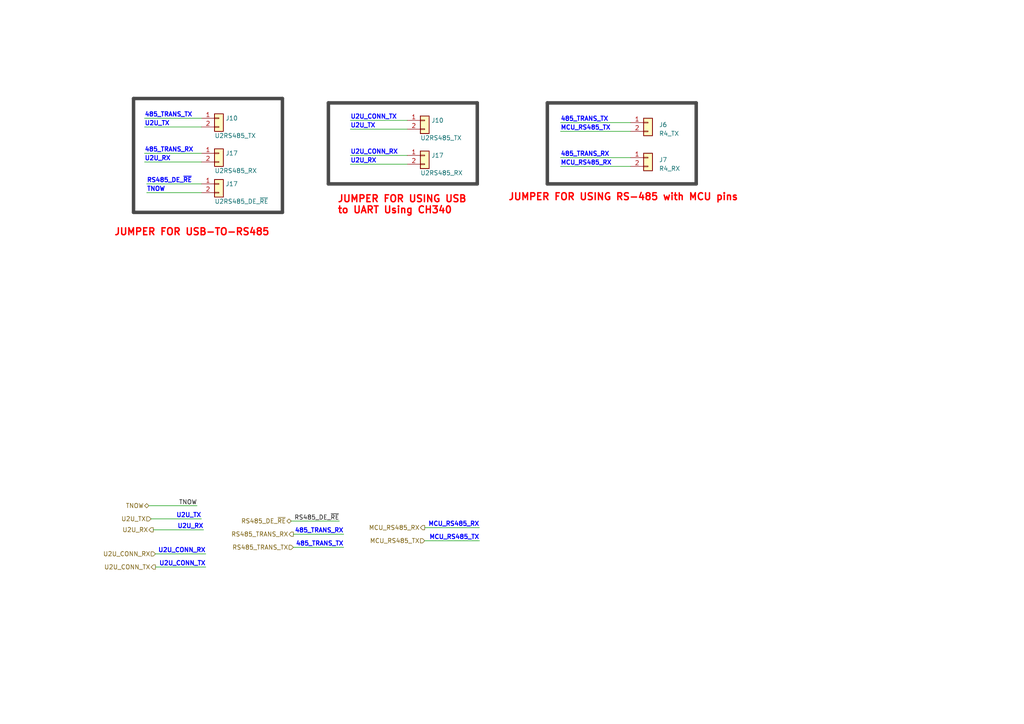
<source format=kicad_sch>
(kicad_sch (version 20230121) (generator eeschema)
  (paper "A4")
  (lib_symbols
    (symbol "ESP32-S3_DB:Conn_01x02" (pin_names (offset 1.016) hide)
      (property "Reference" "J" (at 0 2.54 0))
      (property "Value" "Conn_01x02" (at 0 -5.08 0))
      (symbol "Conn_01x02_1_1"
        (rectangle (start -1.27 -2.413) (end 0 -2.667) (stroke (width 0.1524)))
        (rectangle (start -1.27 0.127) (end 0 -0.127) (stroke (width 0.1524)))
        (rectangle (start -1.27 1.27) (end 1.27 -3.81) (stroke (width 0.254)) (fill (type background)))
        (pin passive line (at -5.08 0 0) (length 3.81) (name "Pin_1") (number "1"))
        (pin passive line (at -5.08 -2.54 0) (length 3.81) (name "Pin_2") (number "2"))
      )
    )
  )
  (wire (pts (xy 41.91 44.45) (xy 58.42 44.45)))
  (bus (pts (xy 38.735 28.575) (xy 38.735 61.595)) (stroke (width 1) (color 72 72 72 1)))
  (bus (pts (xy 81.915 28.575) (xy 81.915 61.595)) (stroke (width 1) (color 72 72 72 1)))
  (wire (pts (xy 58.42 55.88) (xy 42.545 55.88)))
  (bus (pts (xy 138.43 53.34) (xy 95.25 53.34)) (stroke (width 1) (color 72 72 72 1)))
  (wire (pts (xy 85.09 154.94) (xy 99.695 154.94)))
  (wire (pts (xy 101.6 37.465) (xy 118.11 37.465)))
  (wire (pts (xy 43.18 146.685) (xy 57.15 146.685)))
  (wire (pts (xy 44.45 153.67) (xy 59.055 153.67)))
  (bus (pts (xy 158.75 29.845) (xy 201.93 29.845)) (stroke (width 1) (color 72 72 72 1)))
  (wire (pts (xy 162.56 38.1) (xy 182.88 38.1)))
  (wire (pts (xy 41.91 36.83) (xy 58.42 36.83)))
  (bus (pts (xy 201.93 29.845) (xy 201.93 53.34)) (stroke (width 1) (color 72 72 72 1)))
  (bus (pts (xy 81.915 61.595) (xy 38.735 61.595)) (stroke (width 1) (color 72 72 72 1)))
  (bus (pts (xy 158.75 29.845) (xy 158.75 53.34)) (stroke (width 1) (color 72 72 72 1)))
  (wire (pts (xy 123.19 153.035) (xy 139.065 153.035)))
  (wire (pts (xy 162.56 48.26) (xy 182.88 48.26)))
  (wire (pts (xy 45.085 160.655) (xy 59.69 160.655)))
  (bus (pts (xy 95.25 29.845) (xy 95.25 53.34)) (stroke (width 1) (color 72 72 72 1)))
  (wire (pts (xy 43.815 150.495) (xy 58.42 150.495)))
  (bus (pts (xy 201.93 53.34) (xy 158.75 53.34)) (stroke (width 1) (color 72 72 72 1)))
  (wire (pts (xy 123.19 156.845) (xy 139.065 156.845)))
  (wire (pts (xy 101.6 45.085) (xy 118.11 45.085)))
  (wire (pts (xy 101.6 34.925) (xy 118.11 34.925)))
  (bus (pts (xy 138.43 29.845) (xy 138.43 53.34)) (stroke (width 1) (color 72 72 72 1)))
  (wire (pts (xy 42.545 53.34) (xy 58.42 53.34)))
  (wire (pts (xy 41.91 34.29) (xy 58.42 34.29)))
  (wire (pts (xy 162.56 35.56) (xy 182.88 35.56)))
  (bus (pts (xy 95.25 29.845) (xy 138.43 29.845)) (stroke (width 1) (color 72 72 72 1)))
  (wire (pts (xy 84.455 151.13) (xy 98.425 151.13)))
  (wire (pts (xy 162.56 45.72) (xy 182.88 45.72)))
  (bus (pts (xy 38.735 28.575) (xy 81.915 28.575)) (stroke (width 1) (color 72 72 72 1)))
  (wire (pts (xy 85.09 158.75) (xy 99.695 158.75)))
  (wire (pts (xy 101.6 47.625) (xy 118.11 47.625)))
  (wire (pts (xy 41.91 46.99) (xy 58.42 46.99)))
  (wire (pts (xy 45.085 164.465) (xy 59.69 164.465)))
  (text "JUMPER FOR USING USB\nto UART Using CH340" (at 97.79 62.23 0) (effects (font (size 2 2) bold) (justify left bottom)))
  (text "JUMPER FOR USB-TO-RS485" (at 33.02 68.58 0) (effects (font (size 2 2) bold) (justify left bottom)))
  (text "JUMPER FOR USING RS-485 with MCU pins\n" (at 147.32 58.42 0) (effects (font (size 2 2) bold) (justify left bottom)))
  (label "MCU_RS485_TX" (at 162.56 38.1 0) (effects (font bold)))
  (label "U2U_RX" (at 59.055 153.67 180) (effects (font bold)))
  (label "U2U_TX" (at 41.91 36.83 0) (effects (font bold)))
  (label "485_TRANS_TX" (at 99.695 158.75 180) (effects (font bold)))
  (label "485_TRANS_TX" (at 162.56 35.56 0) (effects (font bold)))
  (label "MCU_RS485_RX" (at 139.065 153.035 180) (effects (font bold)))
  (label "485_TRANS_RX" (at 162.56 45.72 0) (effects (font bold)))
  (label "U2U_RX" (at 101.6 47.625 0) (effects (font bold)))
  (label "RS485_DE_~{RE}" (at 98.425 151.13 180))
  (label "TNOW" (at 42.545 55.88 0) (effects (font (thickness 0.254) bold)))
  (label "TNOW" (at 57.15 146.685 180))
  (label "U2U_CONN_RX" (at 59.69 160.655 180) (effects (font bold)))
  (label "U2U_CONN_RX" (at 101.6 45.085 0) (effects (font bold)))
  (label "U2U_CONN_TX" (at 101.6 34.925 0) (effects (font bold)))
  (label "485_TRANS_TX" (at 41.91 34.29 0) (effects (font bold)))
  (label "U2U_RX" (at 41.91 46.99 0) (effects (font bold)))
  (label "485_TRANS_RX" (at 99.695 154.94 180) (effects (font bold)))
  (label "U2U_TX" (at 58.42 150.495 180) (effects (font bold)))
  (label "MCU_RS485_TX" (at 139.065 156.845 180) (effects (font bold)))
  (label "RS485_DE_~{RE}" (at 42.545 53.34 0) (effects (font (thickness 0.254) bold)))
  (label "MCU_RS485_RX" (at 162.56 48.26 0) (effects (font bold)))
  (label "U2U_CONN_TX" (at 59.69 164.465 180) (effects (font bold)))
  (label "U2U_TX" (at 101.6 37.465 0) (effects (font bold)))
  (label "485_TRANS_RX" (at 41.91 44.45 0) (effects (font bold)))
  (hierarchical_label "MCU_RS485_RX" (shape output) (at 123.19 153.035 180))
  (hierarchical_label "U2U_TX" (shape input) (at 43.815 150.495 180))
  (hierarchical_label "U2U_CONN_RX" (shape input) (at 45.085 160.655 180))
  (hierarchical_label "TNOW" (shape bidirectional) (at 43.18 146.685 180))
  (hierarchical_label "MCU_RS485_TX" (shape input) (at 123.19 156.845 180))
  (hierarchical_label "RS485_DE_~{RE}" (shape bidirectional) (at 84.455 151.13 180))
  (hierarchical_label "RS485_TRANS_TX" (shape input) (at 85.09 158.75 180))
  (hierarchical_label "U2U_CONN_TX" (shape output) (at 45.085 164.465 180))
  (hierarchical_label "RS485_TRANS_RX" (shape output) (at 85.09 154.94 180))
  (hierarchical_label "U2U_RX" (shape output) (at 44.45 153.67 180))
  (symbol (lib_id "ESP32-S3_DB:Conn_01x02") (at 63.5 44.45 0) (unit 1)
    (property "Reference" "J17" (at 65.405 44.45 0) (effects (justify left)))
    (property "Value" "U2RS485_RX" (at 62.23 49.53 0) (effects (justify left)))
    (property "Footprint" "ESP32-S3_Dev_Board:PinHeader_1x02_P1.27mm_Vertical" (effects hide))
  )
  (symbol (lib_id "ESP32-S3_DB:Conn_01x02") (at 123.19 45.085 0) (unit 1)
    (property "Reference" "J17" (at 125.095 45.085 0) (effects (justify left)))
    (property "Value" "U2RS485_RX" (at 121.92 50.165 0) (effects (justify left)))
    (property "Footprint" "ESP32-S3_Dev_Board:PinHeader_1x02_P1.27mm_Vertical" (effects hide))
    (instances (project "ESP32-S3_DB" (path "" (reference "J17") (unit 1)) (path "" (reference "J20") (unit 1))))
  )
  (symbol (lib_id "ESP32-S3_DB:Conn_01x02") (at 63.5 34.29 0) (unit 1)
    (property "Reference" "J10" (at 65.405 34.29 0) (effects (justify left)))
    (property "Value" "U2RS485_TX" (at 62.23 39.37 0) (effects (justify left)))
    (property "Footprint" "ESP32-S3_Dev_Board:PinHeader_1x02_P1.27mm_Vertical" (effects hide))
  )
  (symbol (lib_id "ESP32-S3_DB:Conn_01x02") (at 123.19 34.925 0) (unit 1)
    (property "Reference" "J10" (at 125.095 34.925 0) (effects (justify left)))
    (property "Value" "U2RS485_TX" (at 121.92 40.005 0) (effects (justify left)))
    (property "Footprint" "ESP32-S3_Dev_Board:PinHeader_1x02_P1.27mm_Vertical" (effects hide))
    (instances (project "ESP32-S3_DB" (path "" (reference "J10") (unit 1)) (path "" (reference "J19") (unit 1))))
  )
  (symbol (lib_id "ESP32-S3_DB:Conn_01x02") (at 187.96 45.72 0) (unit 1)
    (property "Reference" "J7" (at 191.135 46.355 0) (effects (justify left)))
    (property "Value" "R4_RX" (at 191.135 48.895 0) (effects (justify left)))
    (property "Footprint" "ESP32-S3_Dev_Board:PinHeader_1x02_P1.27mm_Vertical" (effects hide))
  )
  (symbol (lib_id "ESP32-S3_DB:Conn_01x02") (at 187.96 35.56 0) (unit 1)
    (property "Reference" "J6" (at 191.135 36.195 0) (effects (justify left)))
    (property "Value" "R4_TX" (at 191.135 38.735 0) (effects (justify left)))
    (property "Footprint" "ESP32-S3_Dev_Board:PinHeader_1x02_P1.27mm_Vertical" (effects hide))
  )
  (symbol (lib_id "ESP32-S3_DB:Conn_01x02") (at 63.5 53.34 0) (unit 1)
    (property "Reference" "J17" (at 65.405 53.34 0) (effects (justify left)))
    (property "Value" "U2RS485_DE_~{RE}" (at 62.23 58.42 0) (effects (justify left)))
    (property "Footprint" "ESP32-S3_Dev_Board:PinHeader_1x02_P1.27mm_Vertical" (effects hide))
    (instances (project "ESP32-S3_DB" (path "" (reference "J17") (unit 1)) (path "" (reference "J18") (unit 1))))
  )
)
</source>
